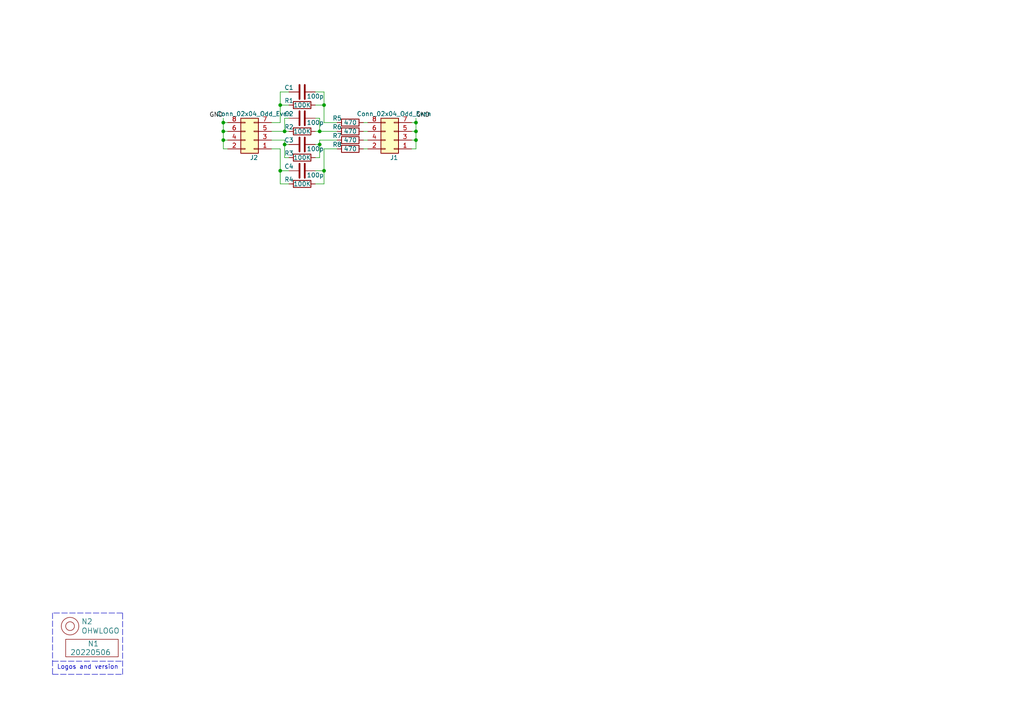
<source format=kicad_sch>
(kicad_sch (version 20211123) (generator eeschema)
  (paper "A4")
  (lib_symbols
    (symbol "Connector_Generic:Conn_02x04_Odd_Even" (pin_names (offset 1.016) hide)
      (property "Reference" "J" (at 1.27 5.08 0))
      (property "Value" "Conn_02x04_Odd_Even" (at 1.27 -7.62 0))
      (symbol "Conn_02x04_Odd_Even_1_1"
        (rectangle (start -1.27 -4.953) (end 0 -5.207) (stroke (width 0.1524)))
        (rectangle (start -1.27 -2.413) (end 0 -2.667) (stroke (width 0.1524)))
        (rectangle (start -1.27 0.127) (end 0 -0.127) (stroke (width 0.1524)))
        (rectangle (start -1.27 2.667) (end 0 2.413) (stroke (width 0.1524)))
        (rectangle (start -1.27 3.81) (end 3.81 -6.35) (stroke (width 0.254)) (fill (type background)))
        (rectangle (start 3.81 -4.953) (end 2.54 -5.207) (stroke (width 0.1524)))
        (rectangle (start 3.81 -2.413) (end 2.54 -2.667) (stroke (width 0.1524)))
        (rectangle (start 3.81 0.127) (end 2.54 -0.127) (stroke (width 0.1524)))
        (rectangle (start 3.81 2.667) (end 2.54 2.413) (stroke (width 0.1524)))
        (pin passive line (at -5.08 2.54 0) (length 3.81) (name "Pin_1") (number "1"))
        (pin passive line (at 7.62 2.54 180) (length 3.81) (name "Pin_2") (number "2"))
        (pin passive line (at -5.08 0 0) (length 3.81) (name "Pin_3") (number "3"))
        (pin passive line (at 7.62 0 180) (length 3.81) (name "Pin_4") (number "4"))
        (pin passive line (at -5.08 -2.54 0) (length 3.81) (name "Pin_5") (number "5"))
        (pin passive line (at 7.62 -2.54 180) (length 3.81) (name "Pin_6") (number "6"))
        (pin passive line (at -5.08 -5.08 0) (length 3.81) (name "Pin_7") (number "7"))
        (pin passive line (at 7.62 -5.08 180) (length 3.81) (name "Pin_8") (number "8"))
      )
    )
    (symbol "Device:C" (pin_numbers hide) (pin_names (offset 0.254))
      (property "Reference" "C" (at 0.635 2.54 0))
      (property "Value" "C" (at 0.635 -2.54 0))
      (symbol "C_0_1"
        (polyline (pts (xy -2.032 -0.762) (xy 2.032 -0.762)) (stroke (width 0.508)))
        (polyline (pts (xy -2.032 0.762) (xy 2.032 0.762)) (stroke (width 0.508)))
      )
      (symbol "C_1_1"
        (pin passive line (at 0 3.81 270) (length 2.794) (name "~") (number "1"))
        (pin passive line (at 0 -3.81 90) (length 2.794) (name "~") (number "2"))
      )
    )
    (symbol "Device:R" (pin_numbers hide) (pin_names (offset 0))
      (property "Reference" "R" (at 2.032 0 90))
      (property "Value" "R" (at 0 0 90))
      (symbol "R_0_1"
        (rectangle (start -1.016 -2.54) (end 1.016 2.54) (stroke (width 0.254)))
      )
      (symbol "R_1_1"
        (pin passive line (at 0 3.81 270) (length 1.27) (name "~") (number "1"))
        (pin passive line (at 0 -3.81 90) (length 1.27) (name "~") (number "2"))
      )
    )
    (symbol "SquantorLabels:OHWLOGO" (pin_names (offset 1.016))
      (property "Reference" "N" (at 0 3.81 0))
      (property "Value" "OHWLOGO" (at 0 -3.81 0))
      (symbol "OHWLOGO_0_1"
        (circle (center 0 0) (radius 1.27))
        (circle (center 0 0) (radius 2.54))
      )
    )
    (symbol "SquantorLabels:VYYYYMMDD" (pin_names (offset 1.016))
      (property "Reference" "N" (at 0 2.54 0))
      (property "Value" "VYYYYMMDD" (at 0 0 0))
      (symbol "VYYYYMMDD_0_1"
        (rectangle (start 7.62 -1.27) (end -7.62 3.81))
      )
    )
  )
  (junction (at 81.28 30.48))
  (junction (at 93.98 30.48))
  (junction (at 64.77 40.64))
  (junction (at 92.71 41.91))
  (junction (at 82.55 38.1))
  (junction (at 64.77 35.56))
  (junction (at 120.65 38.1))
  (junction (at 64.77 38.1))
  (junction (at 120.65 40.64))
  (junction (at 81.28 49.53))
  (junction (at 82.55 41.91))
  (junction (at 92.71 38.1))
  (junction (at 120.65 35.56))
  (junction (at 93.98 49.53))
  (wire (pts (xy 82.55 34.29) (xy 82.55 38.1)))
  (wire (pts (xy 83.82 26.67) (xy 81.28 26.67)))
  (wire (pts (xy 92.71 45.72) (xy 91.44 45.72)))
  (wire (pts (xy 81.28 43.18) (xy 78.74 43.18)))
  (wire (pts (xy 91.44 38.1) (xy 92.71 38.1)))
  (wire (pts (xy 92.71 34.29) (xy 91.44 34.29)))
  (wire (pts (xy 92.71 41.91) (xy 91.44 41.91)))
  (wire (pts (xy 92.71 38.1) (xy 92.71 34.29)))
  (wire (pts (xy 64.77 35.56) (xy 66.04 35.56)))
  (wire (pts (xy 82.55 41.91) (xy 82.55 40.64)))
  (wire (pts (xy 64.77 35.56) (xy 64.77 38.1)))
  (polyline (pts (xy 15.24 177.8) (xy 15.24 195.58)))
  (polyline (pts (xy 35.56 177.8) (xy 15.24 177.8)))
  (wire (pts (xy 81.28 35.56) (xy 78.74 35.56)))
  (wire (pts (xy 93.98 26.67) (xy 91.44 26.67)))
  (wire (pts (xy 64.77 38.1) (xy 66.04 38.1)))
  (wire (pts (xy 93.98 35.56) (xy 93.98 30.48)))
  (wire (pts (xy 81.28 26.67) (xy 81.28 30.48)))
  (wire (pts (xy 81.28 30.48) (xy 81.28 35.56)))
  (wire (pts (xy 119.38 40.64) (xy 120.65 40.64)))
  (wire (pts (xy 93.98 49.53) (xy 93.98 53.34)))
  (wire (pts (xy 105.41 40.64) (xy 106.68 40.64)))
  (wire (pts (xy 97.79 43.18) (xy 93.98 43.18)))
  (wire (pts (xy 93.98 43.18) (xy 93.98 49.53)))
  (wire (pts (xy 120.65 40.64) (xy 120.65 38.1)))
  (wire (pts (xy 81.28 49.53) (xy 81.28 43.18)))
  (wire (pts (xy 92.71 41.91) (xy 92.71 45.72)))
  (wire (pts (xy 81.28 53.34) (xy 83.82 53.34)))
  (wire (pts (xy 97.79 40.64) (xy 92.71 40.64)))
  (wire (pts (xy 64.77 43.18) (xy 66.04 43.18)))
  (wire (pts (xy 64.77 40.64) (xy 64.77 43.18)))
  (wire (pts (xy 119.38 35.56) (xy 120.65 35.56)))
  (wire (pts (xy 83.82 30.48) (xy 81.28 30.48)))
  (wire (pts (xy 93.98 30.48) (xy 93.98 26.67)))
  (wire (pts (xy 119.38 43.18) (xy 120.65 43.18)))
  (wire (pts (xy 120.65 35.56) (xy 120.65 34.29)))
  (wire (pts (xy 105.41 38.1) (xy 106.68 38.1)))
  (wire (pts (xy 81.28 53.34) (xy 81.28 49.53)))
  (wire (pts (xy 105.41 35.56) (xy 106.68 35.56)))
  (wire (pts (xy 82.55 45.72) (xy 82.55 41.91)))
  (wire (pts (xy 97.79 38.1) (xy 92.71 38.1)))
  (wire (pts (xy 78.74 38.1) (xy 82.55 38.1)))
  (wire (pts (xy 92.71 40.64) (xy 92.71 41.91)))
  (wire (pts (xy 64.77 38.1) (xy 64.77 40.64)))
  (wire (pts (xy 82.55 40.64) (xy 78.74 40.64)))
  (wire (pts (xy 105.41 43.18) (xy 106.68 43.18)))
  (wire (pts (xy 93.98 49.53) (xy 91.44 49.53)))
  (polyline (pts (xy 35.56 195.58) (xy 35.56 177.8)))
  (polyline (pts (xy 15.24 195.58) (xy 35.56 195.58)))
  (wire (pts (xy 91.44 53.34) (xy 93.98 53.34)))
  (wire (pts (xy 83.82 45.72) (xy 82.55 45.72)))
  (wire (pts (xy 119.38 38.1) (xy 120.65 38.1)))
  (wire (pts (xy 120.65 43.18) (xy 120.65 40.64)))
  (wire (pts (xy 64.77 34.29) (xy 64.77 35.56)))
  (wire (pts (xy 83.82 41.91) (xy 82.55 41.91)))
  (wire (pts (xy 120.65 38.1) (xy 120.65 35.56)))
  (wire (pts (xy 83.82 34.29) (xy 82.55 34.29)))
  (wire (pts (xy 82.55 38.1) (xy 83.82 38.1)))
  (wire (pts (xy 83.82 49.53) (xy 81.28 49.53)))
  (wire (pts (xy 64.77 40.64) (xy 66.04 40.64)))
  (wire (pts (xy 93.98 30.48) (xy 91.44 30.48)))
  (polyline (pts (xy 15.24 191.77) (xy 35.56 191.77)))
  (wire (pts (xy 97.79 35.56) (xy 93.98 35.56)))
  (text "Logos and version" (at 16.51 194.31 0) (effects (font (size 1.27 1.27)) (justify left bottom)))
  (label "GND" (at 64.77 34.29 180))
  (label "GND" (at 120.65 34.29 0))
  (symbol (lib_id "SquantorLabels:VYYYYMMDD") (at 26.67 189.23 0) (unit 1)
    (property "Reference" "N1" (at 25.4 186.69 0) (effects (font (size 1.524 1.524)) (justify left)))
    (property "Value" "20220506" (at 20.32 189.23 0) (effects (font (size 1.524 1.524)) (justify left)))
    (property "Footprint" "SquantorLabels:Label_Generic" (effects hide))
  )
  (symbol (lib_id "SquantorLabels:OHWLOGO") (at 20.32 181.61 0) (unit 1)
    (property "Reference" "N2" (at 23.5712 180.2638 0) (effects (font (size 1.524 1.524)) (justify left)))
    (property "Value" "OHWLOGO" (at 23.5712 182.9562 0) (effects (font (size 1.524 1.524)) (justify left)))
    (property "Footprint" "Symbol:OSHW-Symbol_6.7x6mm_SilkScreen" (effects hide))
  )
  (symbol (lib_id "Device:R") (at 87.63 45.72 90) (unit 1)
    (property "Reference" "R3" (at 83.82 44.45 90))
    (property "Value" "100K" (at 87.63 45.72 90))
    (property "Footprint" "SquantorRcl:R_0402_hand" (effects hide))
  )
  (symbol (lib_id "Connector_Generic:Conn_02x04_Odd_Even") (at 73.66 40.64 180) (unit 1)
    (property "Reference" "J2" (at 73.66 45.72 0))
    (property "Value" "Conn_02x04_Odd_Even" (at 73.66 33.02 0))
    (property "Footprint" "SquantorConnectors:Header-0127-2X04-EDGE" (effects hide))
  )
  (symbol (lib_id "Device:R") (at 87.63 53.34 90) (unit 1)
    (property "Reference" "R4" (at 83.82 52.07 90))
    (property "Value" "100K" (at 87.63 53.34 90))
    (property "Footprint" "SquantorRcl:R_0402_hand" (effects hide))
  )
  (symbol (lib_id "Device:R") (at 87.63 30.48 90) (unit 1)
    (property "Reference" "R1" (at 83.82 29.21 90))
    (property "Value" "100K" (at 87.63 30.48 90))
    (property "Footprint" "SquantorRcl:R_0402_hand" (effects hide))
  )
  (symbol (lib_id "Device:R") (at 87.63 38.1 90) (unit 1)
    (property "Reference" "R2" (at 83.82 36.83 90))
    (property "Value" "100K" (at 87.63 38.1 90))
    (property "Footprint" "SquantorRcl:R_0402_hand" (effects hide))
  )
  (symbol (lib_id "Device:R") (at 101.6 38.1 90) (unit 1)
    (property "Reference" "R6" (at 97.79 36.83 90))
    (property "Value" "470" (at 101.6 38.1 90))
    (property "Footprint" "SquantorRcl:R_0402_hand" (effects hide))
  )
  (symbol (lib_id "Device:C") (at 87.63 41.91 90) (unit 1)
    (property "Reference" "C3" (at 83.82 40.64 90))
    (property "Value" "100p" (at 91.44 43.18 90))
    (property "Footprint" "SquantorRcl:C_0402" (effects hide))
  )
  (symbol (lib_id "Device:C") (at 87.63 34.29 90) (unit 1)
    (property "Reference" "C2" (at 83.82 33.02 90))
    (property "Value" "100p" (at 91.44 35.56 90))
    (property "Footprint" "SquantorRcl:C_0402" (effects hide))
  )
  (symbol (lib_id "Device:C") (at 87.63 49.53 90) (unit 1)
    (property "Reference" "C4" (at 83.82 48.26 90))
    (property "Value" "100p" (at 91.44 50.8 90))
    (property "Footprint" "SquantorRcl:C_0402" (effects hide))
  )
  (symbol (lib_id "Device:C") (at 87.63 26.67 90) (unit 1)
    (property "Reference" "C1" (at 83.82 25.4 90))
    (property "Value" "100p" (at 91.44 27.94 90))
    (property "Footprint" "SquantorRcl:C_0402" (effects hide))
  )
  (symbol (lib_id "Connector_Generic:Conn_02x04_Odd_Even") (at 114.3 40.64 180) (unit 1)
    (property "Reference" "J1" (at 114.3 45.72 0))
    (property "Value" "Conn_02x04_Odd_Even" (at 114.3 33.02 0))
    (property "Footprint" "SquantorConnectors:Header-0127-2X04-EDGE" (effects hide))
  )
  (symbol (lib_id "Device:R") (at 101.6 43.18 90) (unit 1)
    (property "Reference" "R8" (at 97.79 41.91 90))
    (property "Value" "470" (at 101.6 43.18 90))
    (property "Footprint" "SquantorRcl:R_0402_hand" (effects hide))
  )
  (symbol (lib_id "Device:R") (at 101.6 35.56 90) (unit 1)
    (property "Reference" "R5" (at 97.79 34.29 90))
    (property "Value" "470" (at 101.6 35.56 90))
    (property "Footprint" "SquantorRcl:R_0402_hand" (effects hide))
  )
  (symbol (lib_id "Device:R") (at 101.6 40.64 90) (unit 1)
    (property "Reference" "R7" (at 97.79 39.37 90))
    (property "Value" "470" (at 101.6 40.64 90))
    (property "Footprint" "SquantorRcl:R_0402_hand" (effects hide))
  )
)
</source>
